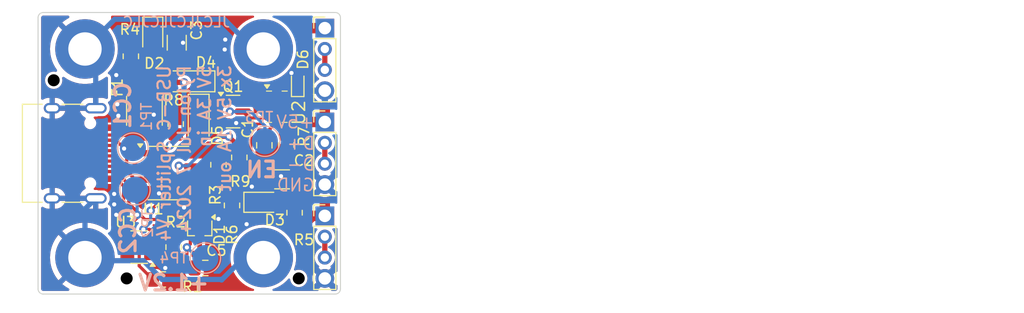
<source format=kicad_pcb>
(kicad_pcb (version 20240108) (generator "pcbnew") (generator_version "8.0")
  (layers (0 "F.Cu" signal) (31 "B.Cu" signal) (34 "B.Paste" user) (35 "F.Paste" user) (36 "B.SilkS" user "B.Silkscreen") (37 "F.SilkS" user "F.Silkscreen") (38 "B.Mask" user) (39 "F.Mask" user) (44 "Edge.Cuts" user))
  (net 0 "")
  (net 1 "GND")
  (net 2 "VBUS")
  (net 3 "+5V")
  (net 5 "CC1")
  (net 7 "CC2")
  (net 8 "+1V2")
  (net 9 "Net-(D2-A)")
  (net 10 "Net-(D3-A)")
  (net 11 "Net-(J3-Pin_2)")
  (net 12 "Net-(J4-Pin_2)")
  (net 13 "GNDPWR")
  (net 14 "Net-(J2-Pin_2)")
  (net 19 "Net-(U2-SENSE)")
  (net 20 "Net-(U2-Ilim)")
  (net 22 "V-UNFUSED")
  (net 24 "EN-OPEN-COL")
  (net 27 "Net-(D4-A)")
  (net 28 "Net-(D4-K)")
  (net 29 "Net-(D5-A)")
  (footprint "MountingHole:MountingHole_3.2mm_M3_ISO7380_Pad" (layer "F.Cu") (at 20.1 10)
    (property "Reference" "H4")
    (property "Value" "MountingHole_Pad")
    (pad "1" thru_hole circle (at 0 0) (size 5.7 5.7) (drill 3.2) (layers "*.Cu" "*.Mask") (net 13 "GNDPWR"))
  )
  (footprint "Fuse:Fuse_1812_4532Metric_Pad1.30x3.40mm_HandSolder" (layer "F.Cu") (at 8.7 -4.075 90)
    (property "Reference" "F1" (at 2.225 -2.6 -90) (layer "F.SilkS"))
    (property "Value" "1812L300MR")
    (fp_line (start -1.386252 -1.71) (end 1.386252 -1.71) (stroke (width 0.12)) (layer "F.SilkS"))
    (fp_line (start -1.386252 1.71) (end 1.386252 1.71) (stroke (width 0.12)) (layer "F.SilkS"))
    (pad "1" smd roundrect (at -2.225 0 90) (size 1.3 3.4) (layers "F.Cu" "F.Paste" "F.Mask") (roundrect_rratio 0.192308) (net 22 "V-UNFUSED"))
    (pad "2" smd roundrect (at 2.225 0 90) (size 1.3 3.4) (layers "F.Cu" "F.Paste" "F.Mask") (roundrect_rratio 0.192308) (net 2 "VBUS"))
  )
  (footprint "Package_TO_SOT_SMD:SOT-323_SC-70_Handsoldering" (layer "F.Cu") (at 14 7.17 -90)
    (property "Reference" "D1" (at 0.63 -1.9 90) (layer "F.SilkS"))
    (property "Value" "D_Zener")
    (fp_line (start -0.675 1.16) (end 0.735 1.16) (stroke (width 0.12)) (layer "F.SilkS"))
    (fp_line (start 0.735 0.5) (end 0.735 1.16) (stroke (width 0.12)) (layer "F.SilkS"))
    (fp_line (start -0.675 -1.17) (end 0.735 -1.17) (stroke (width 0.12)) (layer "F.SilkS"))
    (fp_line (start 0.735 -1.17) (end 0.735 -0.5) (stroke (width 0.12)) (layer "F.SilkS"))
    (fp_poly (pts (xy -1.045 -1.15) (xy -1.285 -1.48) (xy -0.805 -1.48) (xy -1.045 -1.15)) (stroke (width 0.12)) (fill solid) (layer "F.SilkS"))
    (pad "1" smd roundrect (at -1.33 -0.65 180) (size 0.45 1.5) (layers "F.Cu" "F.Paste" "F.Mask") (net 8 "+1V2"))
    (pad "2" smd roundrect (at -1.33 0.65 180) (size 0.45 1.5) (layers "F.Cu" "F.Paste" "F.Mask") (net 1 "GND"))
    (pad "3" smd roundrect (at 1.33 0 180) (size 0.45 1.5) (layers "F.Cu" "F.Paste" "F.Mask"))
  )
  (footprint "Package_TO_SOT_SMD:SOT-23" (layer "F.Cu") (at 17.2 -4)
    (property "Reference" "Q1" (at 0 -2.4 0) (layer "F.SilkS"))
    (property "Value" "2N7002")
    (fp_line (start 0 -1.56) (end -0.65 -1.56) (stroke (width 0.12)) (layer "F.SilkS"))
    (fp_line (start 0 -1.56) (end 0.65 -1.56) (stroke (width 0.12)) (layer "F.SilkS"))
    (fp_line (start 0 1.56) (end -0.65 1.56) (stroke (width 0.12)) (layer "F.SilkS"))
    (fp_line (start 0 1.56) (end 0.65 1.56) (stroke (width 0.12)) (layer "F.SilkS"))
    (fp_poly (pts (xy -1.1625 -1.51) (xy -1.4025 -1.84) (xy -0.9225 -1.84) (xy -1.1625 -1.51)) (stroke (width 0.12)) (fill solid) (layer "F.SilkS"))
    (pad "1" smd roundrect (at -0.9375 -0.95) (size 1.475 0.6) (layers "F.Cu" "F.Paste" "F.Mask") (net 28 "Net-(D4-K)"))
    (pad "2" smd roundrect (at -0.9375 0.95) (size 1.475 0.6) (layers "F.Cu" "F.Paste" "F.Mask") (net 1 "GND"))
    (pad "3" smd roundrect (at 0.9375 0) (size 1.475 0.6) (layers "F.Cu" "F.Paste" "F.Mask") (net 24 "EN-OPEN-COL"))
  )
  (footprint "Resistor_SMD:R_0805_2012Metric_Pad1.20x1.40mm_HandSolder" (layer "F.Cu") (at 10.5 12.1)
    (property "Reference" "R1" (at 2.8 0.7 0) (layer "F.SilkS"))
    (property "Value" "5.1k")
    (fp_line (start -0.227064 -0.735) (end 0.227064 -0.735) (stroke (width 0.12)) (layer "F.SilkS"))
    (fp_line (start -0.227064 0.735) (end 0.227064 0.735) (stroke (width 0.12)) (layer "F.SilkS"))
    (pad "1" smd roundrect (at -1 0) (size 1.2 1.4) (layers "F.Cu" "F.Paste" "F.Mask") (roundrect_rratio 0.208333) (net 5 "CC1"))
    (pad "2" smd roundrect (at 1 0) (size 1.2 1.4) (layers "F.Cu" "F.Paste" "F.Mask") (roundrect_rratio 0.208333) (net 1 "GND"))
  )
  (footprint "Connector_PinHeader_2.00mm:PinHeader_1x04_P2.00mm_Vertical" (layer "F.Cu") (at 26 -3)
    (property "Reference" "J3")
    (property "Value" "Conn_01x04")
    (fp_line (start -1.06 -1.06) (end 0 -1.06) (stroke (width 0.12)) (layer "F.SilkS"))
    (fp_line (start -1.06 0) (end -1.06 -1.06) (stroke (width 0.12)) (layer "F.SilkS"))
    (fp_line (start -1.06 1) (end -1.06 7.06) (stroke (width 0.12)) (layer "F.SilkS"))
    (fp_line (start -1.06 1) (end 1.06 1) (stroke (width 0.12)) (layer "F.SilkS"))
    (fp_line (start -1.06 7.06) (end 1.06 7.06) (stroke (width 0.12)) (layer "F.SilkS"))
    (fp_line (start 1.06 1) (end 1.06 7.06) (stroke (width 0.12)) (layer "F.SilkS"))
    (pad "1" thru_hole rect (at 0 0) (size 1.8 1.8) (drill 1.2) (layers "*.Cu" "*.Mask") (net 3 "+5V"))
    (pad "2" thru_hole oval (at 0 2) (size 1.35 1.35) (drill 0.8) (layers "*.Cu" "*.Mask") (net 11 "Net-(J3-Pin_2)"))
    (pad "3" thru_hole oval (at 0 4) (size 1.35 1.35) (drill 0.8) (layers "*.Cu" "*.Mask") (net 11 "Net-(J3-Pin_2)"))
    (pad "4" thru_hole circle (at 0 6) (size 1.8 1.8) (drill 1.2) (layers "*.Cu" "*.Mask") (net 1 "GND"))
  )
  (footprint "MountingHole:MountingHole_3.2mm_M3_ISO7380_Pad" (layer "F.Cu") (at 3 10)
    (property "Reference" "H2")
    (property "Value" "MountingHole_Pad")
    (pad "1" thru_hole circle (at 0 0) (size 5.7 5.7) (drill 3.2) (layers "*.Cu" "*.Mask") (net 13 "GNDPWR"))
  )
  (footprint "Package_SO:SOIC-8_3.9x4.9mm_P1.27mm" (layer "F.Cu") (at 11 1.9)
    (property "Reference" "U1" (at -1.45 3.45 0) (layer "F.SilkS"))
    (property "Value" "LM393")
    (fp_line (start 0 -2.56) (end -1.95 -2.56) (stroke (width 0.12)) (layer "F.SilkS"))
    (fp_line (start 0 -2.56) (end 1.95 -2.56) (stroke (width 0.12)) (layer "F.SilkS"))
    (fp_line (start 0 2.56) (end -1.95 2.56) (stroke (width 0.12)) (layer "F.SilkS"))
    (fp_line (start 0 2.56) (end 1.95 2.56) (stroke (width 0.12)) (layer "F.SilkS"))
    (fp_poly (pts (xy -2.7 -2.465) (xy -2.94 -2.795) (xy -2.46 -2.795) (xy -2.7 -2.465)) (stroke (width 0.12)) (fill solid) (layer "F.SilkS"))
    (pad "1" smd roundrect (at -2.475 -1.905) (size 1.95 0.6) (layers "F.Cu" "F.Paste" "F.Mask") (net 27 "Net-(D4-A)"))
    (pad "2" smd roundrect (at -2.475 -0.635) (size 1.95 0.6) (layers "F.Cu" "F.Paste" "F.Mask") (net 8 "+1V2"))
    (pad "3" smd roundrect (at -2.475 0.635) (size 1.95 0.6) (layers "F.Cu" "F.Paste" "F.Mask") (net 5 "CC1"))
    (pad "4" smd roundrect (at -2.475 1.905) (size 1.95 0.6) (layers "F.Cu" "F.Paste" "F.Mask") (net 1 "GND"))
    (pad "5" smd roundrect (at 2.475 1.905) (size 1.95 0.6) (layers "F.Cu" "F.Paste" "F.Mask") (net 7 "CC2"))
    (pad "6" smd roundrect (at 2.475 0.635) (size 1.95 0.6) (layers "F.Cu" "F.Paste" "F.Mask") (net 8 "+1V2"))
    (pad "7" smd roundrect (at 2.475 -0.635) (size 1.95 0.6) (layers "F.Cu" "F.Paste" "F.Mask") (net 29 "Net-(D5-A)"))
    (pad "8" smd roundrect (at 2.475 -1.905) (size 1.95 0.6) (layers "F.Cu" "F.Paste" "F.Mask") (net 2 "VBUS"))
  )
  (footprint "Resistor_SMD:R_0805_2012Metric_Pad1.20x1.40mm_HandSolder" (layer "F.Cu") (at 15.8 1.1 -90)
    (property "Reference" "R3" (at 2.9 0.3 90) (layer "F.SilkS"))
    (property "Value" "4.7k")
    (fp_line (start -0.227064 0.735) (end 0.227064 0.735) (stroke (width 0.12)) (layer "F.SilkS"))
    (fp_line (start -0.227064 -0.735) (end 0.227064 -0.735) (stroke (width 0.12)) (layer "F.SilkS"))
    (pad "1" smd roundrect (at -1 0 270) (size 1.2 1.4) (layers "F.Cu" "F.Paste" "F.Mask") (roundrect_rratio 0.208333) (net 2 "VBUS"))
    (pad "2" smd roundrect (at 1 0 270) (size 1.2 1.4) (layers "F.Cu" "F.Paste" "F.Mask") (roundrect_rratio 0.208333) (net 8 "+1V2"))
  )
  (footprint "Resistor_SMD:R_0805_2012Metric_Pad1.20x1.40mm_HandSolder" (layer "F.Cu") (at 22.3 -0.8 -90)
    (property "Reference" "R7" (at -0.8 -1.7 90) (layer "F.SilkS"))
    (property "Value" "20k")
    (fp_line (start -0.227064 0.735) (end 0.227064 0.735) (stroke (width 0.12)) (layer "F.SilkS"))
    (fp_line (start -0.227064 -0.735) (end 0.227064 -0.735) (stroke (width 0.12)) (layer "F.SilkS"))
    (pad "1" smd roundrect (at -1 0 270) (size 1.2 1.4) (layers "F.Cu" "F.Paste" "F.Mask") (roundrect_rratio 0.208333) (net 20 "Net-(U2-Ilim)"))
    (pad "2" smd roundrect (at 1 0 270) (size 1.2 1.4) (layers "F.Cu" "F.Paste" "F.Mask") (roundrect_rratio 0.208333) (net 1 "GND"))
  )
  (footprint "Capacitor_SMD:C_1206_3216Metric_Pad1.33x1.80mm_HandSolder" (layer "F.Cu") (at 11.8 -10.6 90)
    (property "Reference" "C3" (at 1.2 1.9 90) (layer "F.SilkS"))
    (property "Value" "22uF")
    (fp_line (start -0.711252 -0.91) (end 0.711252 -0.91) (stroke (width 0.12)) (layer "F.SilkS"))
    (fp_line (start -0.711252 0.91) (end 0.711252 0.91) (stroke (width 0.12)) (layer "F.SilkS"))
    (pad "1" smd roundrect (at -1.5625 0 90) (size 1.325 1.8) (layers "F.Cu" "F.Paste" "F.Mask") (roundrect_rratio 0.188679) (net 2 "VBUS"))
    (pad "2" smd roundrect (at 1.5625 0 90) (size 1.325 1.8) (layers "F.Cu" "F.Paste" "F.Mask") (roundrect_rratio 0.188679) (net 1 "GND"))
  )
  (footprint "LED_SMD:LED_0805_2012Metric_Pad1.15x1.40mm_HandSolder" (layer "F.Cu") (at 9.5 -11.2 -90)
    (property "Reference" "D2" (at 2.575 -0.15 360) (layer "F.SilkS"))
    (property "Value" "LED")
    (fp_line (start -1.86 0.96) (end 1 0.96) (stroke (width 0.12)) (layer "F.SilkS"))
    (fp_line (start -1.86 -0.96) (end -1.86 0.96) (stroke (width 0.12)) (layer "F.SilkS"))
    (fp_line (start 1 -0.96) (end -1.86 -0.96) (stroke (width 0.12)) (layer "F.SilkS"))
    (pad "1" smd roundrect (at -1.025 0 270) (size 1.15 1.4) (layers "F.Cu" "F.Paste" "F.Mask") (roundrect_rratio 0.217391) (net 1 "GND"))
    (pad "2" smd roundrect (at 1.025 0 270) (size 1.15 1.4) (layers "F.Cu" "F.Paste" "F.Mask") (roundrect_rratio 0.217391) (net 9 "Net-(D2-A)"))
  )
  (footprint "Capacitor_SMD:C_0805_2012Metric_Pad1.18x1.45mm_HandSolder" (layer "F.Cu") (at 14.5375 11)
    (property "Reference" "C5" (at 1.0625 -1.68 0) (layer "F.SilkS"))
    (property "Value" "100nF")
    (fp_line (start -0.261252 -0.735) (end 0.261252 -0.735) (stroke (width 0.12)) (layer "F.SilkS"))
    (fp_line (start -0.261252 0.735) (end 0.261252 0.735) (stroke (width 0.12)) (layer "F.SilkS"))
    (pad "1" smd roundrect (at -1.0375 0) (size 1.175 1.45) (layers "F.Cu" "F.Paste" "F.Mask") (roundrect_rratio 0.212766) (net 8 "+1V2"))
    (pad "2" smd roundrect (at 1.0375 0) (size 1.175 1.45) (layers "F.Cu" "F.Paste" "F.Mask") (roundrect_rratio 0.212766) (net 1 "GND"))
  )
  (footprint "LED_SMD:LED_0805_2012Metric_Pad1.15x1.40mm_HandSolder" (layer "F.Cu") (at 20.1 4.7)
    (property "Reference" "D3" (at 1.1 1.7 360) (layer "F.SilkS"))
    (property "Value" "LED")
    (fp_line (start -1.86 -0.96) (end -1.86 0.96) (stroke (width 0.12)) (layer "F.SilkS"))
    (fp_line (start -1.86 0.96) (end 1 0.96) (stroke (width 0.12)) (layer "F.SilkS"))
    (fp_line (start 1 -0.96) (end -1.86 -0.96) (stroke (width 0.12)) (layer "F.SilkS"))
    (pad "1" smd roundrect (at -1.025 0) (size 1.15 1.4) (layers "F.Cu" "F.Paste" "F.Mask") (roundrect_rratio 0.217391) (net 1 "GND"))
    (pad "2" smd roundrect (at 1.025 0) (size 1.15 1.4) (layers "F.Cu" "F.Paste" "F.Mask") (roundrect_rratio 0.217391) (net 10 "Net-(D3-A)"))
  )
  (footprint "Connector_PinHeader_2.00mm:PinHeader_1x04_P2.00mm_Vertical" (layer "F.Cu") (at 26 -12)
    (property "Reference" "J2")
    (property "Value" "Conn_01x04")
    (fp_line (start -1.06 -1.06) (end 0 -1.06) (stroke (width 0.12)) (layer "F.SilkS"))
    (fp_line (start -1.06 0) (end -1.06 -1.06) (stroke (width 0.12)) (layer "F.SilkS"))
    (fp_line (start -1.06 1) (end -1.06 7.06) (stroke (width 0.12)) (layer "F.SilkS"))
    (fp_line (start -1.06 1) (end 1.06 1) (stroke (width 0.12)) (layer "F.SilkS"))
    (fp_line (start -1.06 7.06) (end 1.06 7.06) (stroke (width 0.12)) (layer "F.SilkS"))
    (fp_line (start 1.06 1) (end 1.06 7.06) (stroke (width 0.12)) (layer "F.SilkS"))
    (pad "1" thru_hole rect (at 0 0) (size 1.8 1.8) (drill 1.2) (layers "*.Cu" "*.Mask") (net 3 "+5V"))
    (pad "2" thru_hole oval (at 0 2) (size 1.35 1.35) (drill 0.8) (layers "*.Cu" "*.Mask") (net 14 "Net-(J2-Pin_2)"))
    (pad "3" thru_hole oval (at 0 4) (size 1.35 1.35) (drill 0.8) (layers "*.Cu" "*.Mask") (net 14 "Net-(J2-Pin_2)"))
    (pad "4" thru_hole oval (at 0 6) (size 1.8 1.8) (drill 1.2) (layers "*.Cu" "*.Mask") (net 1 "GND"))
  )
  (footprint "USB-C-3-way-splitter-footprints:OnSemi-WQFN12-3x2mm_P0.5mm" (layer "F.Cu") (at 21.4 -4.4625)
    (property "Reference" "U2" (at 2.1 0.5625 90) (layer "F.SilkS") (effects (font (size 1.2 1.2))))
    (property "Value" "~")
    (fp_line (start -1 -1.5) (end -0.5 -1.5) (stroke (width 0.1)) (layer "F.SilkS"))
    (fp_line (start -1 1.5) (end -0.5 1.5) (stroke (width 0.1)) (layer "F.SilkS"))
    (fp_line (start 1 -1.5) (end 0.5 -1.5) (stroke (width 0.1)) (layer "F.SilkS"))
    (fp_line (start 1 1.5) (end 0.5 1.5) (stroke (width 0.1)) (layer "F.SilkS"))
    (fp_poly (pts (xy -0.94 -1.77) (xy -1.18 -2.1) (xy -0.7 -2.1) (xy -0.94 -1.77)) (stroke (width 0.12)) (fill solid) (layer "F.SilkS"))
    (pad "1" smd roundrect (at -0.81 -1.075) (size 0.68 0.5) (layers "F.Cu" "F.Paste" "F.Mask") (net 2 "VBUS"))
    (pad "2" smd roundrect (at -0.81 -0.5) (size 0.68 0.35) (layers "F.Cu" "F.Paste" "F.Mask") (net 2 "VBUS"))
    (pad "3" smd roundrect (at -0.81 0) (size 0.68 0.35) (layers "F.Cu" "F.Paste" "F.Mask") (net 2 "VBUS"))
    (pad "4" smd roundrect (at -0.81 0.5) (size 0.68 0.35) (layers "F.Cu" "F.Paste" "F.Mask"))
    (pad "5" smd roundrect (at -0.81 1.075) (size 0.68 0.5) (layers "F.Cu" "F.Paste" "F.Mask") (net 24 "EN-OPEN-COL"))
    (pad "6" smd roundrect (at 0 1.1375) (size 0.35 1.025) (layers "F.Cu" "F.Paste" "F.Mask") (net 19 "Net-(U2-SENSE)"))
    (pad "7" smd roundrect (at 0.81 1.075) (size 0.68 0.5) (layers "F.Cu" "F.Paste" "F.Mask"))
    (pad "8" smd roundrect (at 0.81 0.5) (size 0.68 0.35) (layers "F.Cu" "F.Paste" "F.Mask") (net 20 "Net-(U2-Ilim)"))
    (pad "9" smd roundrect (at 0.81 0) (size 0.68 0.35) (layers "F.Cu" "F.Paste" "F.Mask") (net 3 "+5V"))
    (pad "10" smd roundrect (at 0.81 -0.5) (size 0.68 0.35) (layers "F.Cu" "F.Paste" "F.Mask") (net 3 "+5V"))
    (pad "11" smd roundrect (at 0.81 -1.075) (size 0.68 0.5) (layers "F.Cu" "F.Paste" "F.Mask") (net 3 "+5V"))
    (pad "12" smd roundrect (at 0 -1.1375) (size 0.35 1.025) (layers "F.Cu" "F.Paste" "F.Mask") (net 1 "GND"))
    (pad "13" smd roundrect (at 0 0) (size 0.35 0.95) (layers "F.Cu" "F.Paste" "F.Mask") (net 1 "GND"))
  )
  (footprint "Resistor_SMD:R_0805_2012Metric_Pad1.20x1.40mm_HandSolder" (layer "F.Cu") (at 17.1 5 -90)
    (property "Reference" "R6" (at 2.8 0 -90) (layer "F.SilkS"))
    (property "Value" "1K")
    (fp_line (start -0.227064 0.735) (end 0.227064 0.735) (stroke (width 0.12)) (layer "F.SilkS"))
    (fp_line (start -0.227064 -0.735) (end 0.227064 -0.735) (stroke (width 0.12)) (layer "F.SilkS"))
    (pad "1" smd roundrect (at -1 0 270) (size 1.2 1.4) (layers "F.Cu" "F.Paste" "F.Mask") (roundrect_rratio 0.208333) (net 19 "Net-(U2-SENSE)"))
    (pad "2" smd roundrect (at 1 0 270) (size 1.2 1.4) (layers "F.Cu" "F.Paste" "F.Mask") (roundrect_rratio 0.208333) (net 1 "GND"))
  )
  (footprint "Resistor_SMD:R_0805_2012Metric_Pad1.20x1.40mm_HandSolder" (layer "F.Cu") (at 23.1 5.7 90)
    (property "Reference" "R5" (at -2.6 0.9 0) (layer "F.SilkS"))
    (property "Value" "470")
    (fp_line (start -0.227064 -0.735) (end 0.227064 -0.735) (stroke (width 0.12)) (layer "F.SilkS"))
    (fp_line (start -0.227064 0.735) (end 0.227064 0.735) (stroke (width 0.12)) (layer "F.SilkS"))
    (pad "1" smd roundrect (at -1 0 90) (size 1.2 1.4) (layers "F.Cu" "F.Paste" "F.Mask") (roundrect_rratio 0.208333) (net 3 "+5V"))
    (pad "2" smd roundrect (at 1 0 90) (size 1.2 1.4) (layers "F.Cu" "F.Paste" "F.Mask") (roundrect_rratio 0.208333) (net 10 "Net-(D3-A)"))
  )
  (footprint "Capacitor_SMD:C_0805_2012Metric_Pad1.18x1.45mm_HandSolder" (layer "F.Cu") (at 20.2 -0.7625 -90)
    (property "Reference" "C1" (at -1.6375 1.6 -90) (layer "F.SilkS"))
    (property "Value" "1uF")
    (fp_line (start -0.261252 0.735) (end 0.261252 0.735) (stroke (width 0.12)) (layer "F.SilkS"))
    (fp_line (start -0.261252 -0.735) (end 0.261252 -0.735) (stroke (width 0.12)) (layer "F.SilkS"))
    (pad "1" smd roundrect (at -1.0375 0 270) (size 1.175 1.45) (layers "F.Cu" "F.Paste" "F.Mask") (roundrect_rratio 0.212766) (net 19 "Net-(U2-SENSE)"))
    (pad "2" smd roundrect (at 1.0375 0 270) (size 1.175 1.45) (layers "F.Cu" "F.Paste" "F.Mask") (roundrect_rratio 0.212766) (net 1 "GND"))
  )
  (footprint "Capacitor_SMD:C_1206_3216Metric_Pad1.33x1.80mm_HandSolder" (layer "F.Cu") (at 21.9 2.5 180)
    (property "Reference" "C2" (at -2.1 1.8 180) (layer "F.SilkS"))
    (property "Value" "22uF")
    (fp_line (start -0.711252 0.91) (end 0.711252 0.91) (stroke (width 0.12)) (layer "F.SilkS"))
    (fp_line (start -0.711252 -0.91) (end 0.711252 -0.91) (stroke (width 0.12)) (layer "F.SilkS"))
    (pad "1" smd roundrect (at -1.5625 0 180) (size 1.325 1.8) (layers "F.Cu" "F.Paste" "F.Mask") (roundrect_rratio 0.188679) (net 3 "+5V"))
    (pad "2" smd roundrect (at 1.5625 0 180) (size 1.325 1.8) (layers "F.Cu" "F.Paste" "F.Mask") (roundrect_rratio 0.188679) (net 1 "GND"))
  )
  (footprint "USB-C-3-way-splitter-footprints:JLCPCB-tooling-hole" (layer "F.Cu") (at 23.5 12)
    (property "Reference" "H7")
    (property "Value" "MountingHole")
    (pad "" np_thru_hole circle (at 0 0) (size 2.286 2.286) (drill 1.152) (layers "*.Mask") (clearance 0.148))
  )
  (footprint "USB-C-3-way-splitter-footprints:JLCPCB-tooling-hole" (layer "F.Cu") (at 7 12)
    (property "Reference" "H6")
    (property "Value" "MountingHole")
    (pad "" np_thru_hole circle (at 0 0) (size 2.286 2.286) (drill 1.152) (layers "*.Mask") (clearance 0.148))
  )
  (footprint "Diode_SMD:D_SOD-123" (layer "F.Cu") (at 13.9 -3.3 -90)
    (property "Reference" "D5" (at 1.6 -1.8 90) (layer "F.SilkS"))
    (property "Value" "1N4148W")
    (fp_line (start -2.36 1) (end 1.65 1) (stroke (width 0.12)) (layer "F.SilkS"))
    (fp_line (start -2.36 -1) (end -2.36 1) (stroke (width 0.12)) (layer "F.SilkS"))
    (fp_line (start -2.36 -1) (end 1.65 -1) (stroke (width 0.12)) (layer "F.SilkS"))
    (pad "1" smd roundrect (at -1.65 0 270) (size 0.9 1.2) (layers "F.Cu" "F.Paste" "F.Mask") (net 28 "Net-(D4-K)"))
    (pad "2" smd roundrect (at 1.65 0 270) (size 0.9 1.2) (layers "F.Cu" "F.Paste" "F.Mask") (net 29 "Net-(D5-A)"))
  )
  (footprint "Diode_SMD:D_SOD-123" (layer "F.Cu") (at 13.1 -6.9 180)
    (property "Reference" "D4" (at -1.5 1.8 360) (layer "F.SilkS"))
    (property "Value" "1N4148W")
    (fp_line (start -2.36 1) (end 1.65 1) (stroke (width 0.12)) (layer "F.SilkS"))
    (fp_line (start -2.36 -1) (end 1.65 -1) (stroke (width 0.12)) (layer "F.SilkS"))
    (fp_line (start -2.36 -1) (end -2.36 1) (stroke (width 0.12)) (layer "F.SilkS"))
    (pad "1" smd roundrect (at -1.65 0 180) (size 0.9 1.2) (layers "F.Cu" "F.Paste" "F.Mask") (net 28 "Net-(D4-K)"))
    (pad "2" smd roundrect (at 1.65 0 180) (size 0.9 1.2) (layers "F.Cu" "F.Paste" "F.Mask") (net 27 "Net-(D4-A)"))
  )
  (footprint "Resistor_SMD:R_0805_2012Metric_Pad1.20x1.40mm_HandSolder" (layer "F.Cu") (at 7.4 -9.3 90)
    (property "Reference" "R4" (at 2.575 -0.1 0) (layer "F.SilkS"))
    (property "Value" "470")
    (fp_line (start -0.227064 -0.735) (end 0.227064 -0.735) (stroke (width 0.12)) (layer "F.SilkS"))
    (fp_line (start -0.227064 0.735) (end 0.227064 0.735) (stroke (width 0.12)) (layer "F.SilkS"))
    (pad "1" smd roundrect (at -1 0 90) (size 1.2 1.4) (layers "F.Cu" "F.Paste" "F.Mask") (roundrect_rratio 0.208333) (net 2 "VBUS"))
    (pad "2" smd roundrect (at 1 0 90) (size 1.2 1.4) (layers "F.Cu" "F.Paste" "F.Mask") (roundrect_rratio 0.208333) (net 9 "Net-(D2-A)"))
  )
  (footprint "MountingHole:MountingHole_3.2mm_M3_ISO7380_Pad" (layer "F.Cu") (at 3 -10)
    (property "Reference" "H1")
    (property "Value" "MountingHole_Pad")
    (pad "1" thru_hole circle (at 0 0) (size 5.7 5.7) (drill 3.2) (layers "*.Cu" "*.Mask") (net 13 "GNDPWR"))
  )
  (footprint "Resistor_SMD:R_0805_2012Metric_Pad1.20x1.40mm_HandSolder" (layer "F.Cu") (at 17.8 0.4 90)
    (property "Reference" "R9" (at -2.3 0.1 0) (layer "F.SilkS"))
    (property "Value" "1k")
    (fp_line (start -0.227064 -0.735) (end 0.227064 -0.735) (stroke (width 0.12)) (layer "F.SilkS"))
    (fp_line (start -0.227064 0.735) (end 0.227064 0.735) (stroke (width 0.12)) (layer "F.SilkS"))
    (pad "1" smd roundrect (at -1 0 90) (size 1.2 1.4) (layers "F.Cu" "F.Paste" "F.Mask") (roundrect_rratio 0.208333) (net 2 "VBUS"))
    (pad "2" smd roundrect (at 1 0 90) (size 1.2 1.4) (layers "F.Cu" "F.Paste" "F.Mask") (roundrect_rratio 0.208333) (net 29 "Net-(D5-A)"))
  )
  (footprint "Resistor_SMD:R_0805_2012Metric_Pad1.20x1.40mm_HandSolder" (layer "F.Cu") (at 11.5 9 -90)
    (property "Reference" "R2" (at -2.4 -0.2 180) (layer "F.SilkS"))
    (property "Value" "5.1k")
    (fp_line (start -0.227064 0.735) (end 0.227064 0.735) (stroke (width 0.12)) (layer "F.SilkS"))
    (fp_line (start -0.227064 -0.735) (end 0.227064 -0.735) (stroke (width 0.12)) (layer "F.SilkS"))
    (pad "1" smd roundrect (at -1 0 270) (size 1.2 1.4) (layers "F.Cu" "F.Paste" "F.Mask") (roundrect_rratio 0.208333) (net 7 "CC2"))
    (pad "2" smd roundrect (at 1 0 270) (size 1.2 1.4) (layers "F.Cu" "F.Paste" "F.Mask") (roundrect_rratio 0.208333) (net 1 "GND"))
  )
  (footprint "Diode_SMD:D_SOD-523" (layer "F.Cu") (at 23.4 -6.7 90)
    (property "Reference" "D6" (at 2.3 0.5 90) (layer "F.SilkS"))
    (property "Value" "D_Zener")
    (fp_line (start 0.7 -0.6) (end -1.26 -0.6) (stroke (width 0.12)) (layer "F.SilkS"))
    (fp_line (start -1.26 -0.6) (end -1.26 0.6) (stroke (width 0.12)) (layer "F.SilkS"))
    (fp_line (start 0.7 0.6) (end -1.26 0.6) (stroke (width 0.12)) (layer "F.SilkS"))
    (pad "1" smd roundrect (at -0.7 0 270) (size 0.6 0.7) (layers "F.Cu" "F.Paste" "F.Mask") (net 3 "+5V"))
    (pad "2" smd roundrect (at 0.7 0 270) (size 0.6 0.7) (layers "F.Cu" "F.Paste" "F.Mask") (net 1 "GND"))
  )
  (footprint "Package_TO_SOT_SMD:SOT-23-6" (layer "F.Cu") (at 8.2 9 180)
    (property "Reference" "U3" (at 1.3 2.4 180) (layer "F.SilkS"))
    (property "Value" "SRV05-4")
    (fp_line (start 0 1.56) (end 0.8 1.56) (stroke (width 0.12)) (layer "F.SilkS"))
    (fp_line (start 0 1.56) (end -0.8 1.56) (stroke (width 0.12)) (layer "F.SilkS"))
    (fp_line (start 0 -1.56) (end 0.8 -1.56) (stroke (width 0.12)) (layer "F.SilkS"))
    (fp_line (start 0 -1.56) (end -0.8 -1.56) (stroke (width 0.12)) (layer "F.SilkS"))
    (fp_poly (pts (xy -1.3 -1.51) (xy -1.54 -1.84) (xy -1.06 -1.84) (xy -1.3 -1.51)) (stroke (width 0.12)) (fill solid) (layer "F.SilkS"))
    (pad "1" smd roundrect (at -1.1375 -0.95 180) (size 1.325 0.6) (layers "F.Cu" "F.Paste" "F.Mask"))
    (pad "2" smd roundrect (at -1.1375 0 180) (size 1.325 0.6) (layers "F.Cu" "F.Paste" "F.Mask") (net 1 "GND"))
    (pad "3" smd roundrect (at -1.1375 0.95 180) (size 1.325 0.6) (layers "F.Cu" "F.Paste" "F.Mask") (net 5 "CC1"))
    (pad "4" smd roundrect (at 1.1375 0.95 180) (size 1.325 0.6) (layers "F.Cu" "F.Paste" "F.Mask") (net 7 "CC2"))
    (pad "5" smd roundrect (at 1.1375 0 180) (size 1.325 0.6) (layers "F.Cu" "F.Paste" "F.Mask") (net 22 "V-UNFUSED"))
    (pad "6" smd roundrect (at 1.1375 -0.95 180) (size 1.325 0.6) (layers "F.Cu" "F.Paste" "F.Mask"))
  )
  (footprint "Connector_USB:USB_C_Receptacle_HRO_TYPE-C-31-M-12" (layer "F.Cu") (at 0.9 0 -90)
    (property "Reference" "J1")
    (property "Value" "USB_C_Receptacle_USB2.0" (hide yes))
    (fp_line (start -4.7 3.9) (end 4.7 3.9) (stroke (width 0.12)) (layer "F.SilkS"))
    (fp_line (start -4.7 2) (end -4.7 3.9) (stroke (width 0.12)) (layer "F.SilkS"))
    (fp_line (start 4.7 2) (end 4.7 3.9) (stroke (width 0.12)) (layer "F.SilkS"))
    (fp_line (start -4.7 -1.9) (end -4.7 0.1) (stroke (width 0.12)) (layer "F.SilkS"))
    (fp_line (start 4.7 -1.9) (end 4.7 0.1) (stroke (width 0.12)) (layer "F.SilkS"))
    (pad "" np_thru_hole circle (at -2.89 -2.6 270) (size 0.65 0.65) (drill 0.65) (layers "*.Cu" "*.Mask"))
    (pad "" np_thru_hole circle (at 2.89 -2.6 270) (size 0.65 0.65) (drill 0.65) (layers "*.Cu" "*.Mask"))
    (pad "A1" smd rect (at -3.25 -4.045 270) (size 0.6 1.45) (layers "F.Cu" "F.Paste" "F.Mask") (net 1 "GND"))
    (pad "A4" smd rect (at -2.45 -4.045 270) (size 0.6 1.45) (layers "F.Cu" "F.Paste" "F.Mask") (net 22 "V-UNFUSED"))
    (pad "A5" smd rect (at -1.25 -4.045 270) (size 0.3 1.45) (layers "F.Cu" "F.Paste" "F.Mask") (net 5 "CC1"))
    (pad "A6" smd rect (at -0.25 -4.045 270) (size 0.3 1.45) (layers "F.Cu" "F.Paste" "F.Mask"))
    (pad "A7" smd rect (at 0.25 -4.045 270) (size 0.3 1.45) (layers "F.Cu" "F.Paste" "F.Mask"))
    (pad "A8" smd rect (at 1.25 -4.045 270) (size 0.3 1.45) (layers "F.Cu" "F.Paste" "F.Mask"))
    (pad "A9" smd rect (at 2.45 -4.045 270) (size 0.6 1.45) (layers "F.Cu" "F.Paste" "F.Mask") (net 22 "V-UNFUSED"))
    (pad "A12" smd rect (at 3.25 -4.045 270) (size 0.6 1.45) (layers "F.Cu" "F.Paste" "F.Mask") (net 1 "GND"))
    (pad "B1" smd rect (at 3.25 -4.045 270) (size 0.6 1.45) (layers "F.Cu" "F.Paste" "F.Mask") (net 1 "GND"))
    (pad "B4" smd rect (at 2.45 -4.045 270) (size 0.6 1.45) (layers "F.Cu" "F.Paste" "F.Mask") (net 22 "V-UNFUSED"))
    (pad "B5" smd rect (at 1.75 -4.045 270) (size 0.3 1.45) (layers "F.Cu" "F.Paste" "F.Mask") (net 7 "CC2"))
    (pad "B6" smd rect (at 0.75 -4.045 270) (size 0.3 1.45) (layers "F.Cu" "F.Paste" "F.Mask"))
    (pad "B7" smd rect (at -0.75 -4.045 270) (size 0.3 1.45) (layers "F.Cu" "F.Paste" "F.Mask"))
    (pad "B8" smd rect (at -1.75 -4.045 270) (size 0.3 1.45) (layers "F.Cu" "F.Paste" "F.Mask"))
    (pad "B9" smd rect (at -2.45 -4.045 270) (size 0.6 1.45) (layers "F.Cu" "F.Paste" "F.Mask") (net 22 "V-UNFUSED"))
    (pad "B12" smd rect (at -3.25 -4.045 270) (size 0.6 1.45) (layers "F.Cu" "F.Paste" "F.Mask") (net 1 "GND"))
    (pad "S1" thru_hole oval (at -4.32 -3.13 270) (size 1 2.1) (drill oval 0.6 1.7) (layers "*.Cu" "*.Mask") (net 13 "GNDPWR"))
    (pad "S1" thru_hole oval (at -4.32 1.05 270) (size 1 1.6) (drill oval 0.6 1.2) (layers "*.Cu" "*.Mask") (net 13 "GNDPWR"))
    (pad "S1" thru_hole oval (at 4.32 -3.13 270) (size 1 2.1) (drill oval 0.6 1.7) (layers "*.Cu" "*.Mask") (net 13 "GNDPWR"))
    (pad "S1" thru_hole oval (at 4.32 1.05 270) (size 1 1.6) (drill oval 0.6 1.2) (layers "*.Cu" "*.Mask") (net 13 "GNDPWR"))
  )
  (footprint "MountingHole:MountingHole_3.2mm_M3_ISO7380_Pad" (layer "F.Cu") (at 20.1 -10)
    (property "Reference" "H3")
    (property "Value" "MountingHole_Pad")
    (pad "1" thru_hole circle (at 0 0) (size 5.7 5.7) (drill 3.2) (layers "*.Cu" "*.Mask") (net 13 "GNDPWR"))
  )
  (footprint "Connector_PinHeader_2.00mm:PinHeader_1x04_P2.00mm_Vertical" (layer "F.Cu") (at 26 6)
    (property "Reference" "J4")
    (property "Value" "Conn_01x04")
    (fp_line (start -1.06 -1.06) (end 0 -1.06) (stroke (width 0.12)) (layer "F.SilkS"))
    (fp_line (start -1.06 0) (end -1.06 -1.06) (stroke (width 0.12)) (layer "F.SilkS"))
    (fp_line (start -1.06 1) (end -1.06 7.06) (stroke (width 0.12)) (layer "F.SilkS"))
    (fp_line (start -1.06 1) (end 1.06 1) (stroke (width 0.12)) (layer "F.SilkS"))
    (fp_line (start -1.06 7.06) (end 1.06 7.06) (stroke (width 0.12)) (layer "F.SilkS"))
    (fp_line (start 1.06 1) (end 1.06 7.06) (stroke (width 0.12)) (layer "F.SilkS"))
    (pad "1" thru_hole rect (at 0 0) (size 1.8 1.8) (drill 1.2) (layers "*.Cu" "*.Mask") (net 3 "+5V"))
    (pad "2" thru_hole oval (at 0 2) (size 1.35 1.35) (drill 0.8) (layers "*.Cu" "*.Mask") (net 12 "Net-(J4-Pin_2)"))
    (pad "3" thru_hole oval (at 0 4) (size 1.35 1.35) (drill 0.8) (layers "*.Cu" "*.Mask") (net 12 "Net-(J4-Pin_2)"))
    (pad "4" thru_hole circle (at 0 6) (size 1.8 1.8) (drill 1.2) (layers "*.Cu" "*.Mask") (net 1 "GND"))
  )
  (footprint "USB-C-3-way-splitter-footprints:JLCPCB-tooling-hole" (layer "F.Cu") (at 0 -7)
    (property "Reference" "H5")
    (property "Value" "MountingHole")
    (pad "" np_thru_hole circle (at 0 0) (size 2.286 2.286) (drill 1.152) (layers "*.Mask") (clearance 0.148))
  )
  (footprint "Resistor_SMD:R_0805_2012Metric_Pad1.20x1.40mm_HandSolder" (layer "F.Cu") (at 11.7 -2.8 -90)
    (property "Reference" "R8" (at -2.3 0.2 180) (layer "F.SilkS"))
    (property "Value" "1k")
    (fp_line (start -0.227064 0.735) (end 0.227064 0.735) (stroke (width 0.12)) (layer "F.SilkS"))
    (fp_line (start -0.227064 -0.735) (end 0.227064 -0.735) (stroke (width 0.12)) (layer "F.SilkS"))
    (pad "1" smd roundrect (at -1 0 270) (size 1.2 1.4) (layers "F.Cu" "F.Paste" "F.Mask") (roundrect_rratio 0.208333) (net 2 "VBUS"))
    (pad "2" smd roundrect (at 1 0 270) (size 1.2 1.4) (layers "F.Cu" "F.Paste" "F.Mask") (roundrect_rratio 0.208333) (net 27 "Net-(D4-A)"))
  )
  (footprint "TestPoint:TestPoint_Pad_D2.5mm" (layer "B.Cu") (at 14.55 10.05 180)
    (property "Reference" "TP4" (at 3.05 0 180) (layer "B.SilkS") (effects (justify mirror)))
    (property "Value" "TestPoint")
    (fp_circle (center 0 0) (end 0 -1.45) (stroke (width 0.12)) (fill none) (layer "B.SilkS"))
    (pad "1" smd circle (at 0 0 180) (size 2.5 2.5) (layers "B.Cu" "B.Mask") (net 8 "+1V2"))
  )
  (footprint "TestPoint:TestPoint_Pad_D2.5mm" (layer "B.Cu") (at 7.8 3.5 180)
    (property "Reference" "TP2" (at -1.2 -3.25 -90) (layer "B.SilkS") (effects (justify mirror)))
    (property "Value" "TestPoint")
    (fp_circle (center 0 0) (end 0 -1.45) (stroke (width 0.12)) (fill none) (layer "B.SilkS"))
    (pad "1" smd circle (at 0 0 180) (size 2.5 2.5) (layers "B.Cu" "B.Mask") (net 7 "CC2"))
  )
  (footprint "TestPoint:TestPoint_Pad_D2.5mm" (layer "B.Cu") (at 20.25 -1.15 180)
    (property "Reference" "TP3" (at 0.55 2.3 180) (layer "B.SilkS") (effects (justify mirror)))
    (property "Value" "TestPoint")
    (fp_circle (center 0 0) (end 0 -1.45) (stroke (width 0.12)) (fill none) (layer "B.SilkS"))
    (pad "1" smd circle (at 0 0 180) (size 2.5 2.5) (layers "B.Cu" "B.Mask") (net 24 "EN-OPEN-COL"))
  )
  (footprint "TestPoint:TestPoint_Pad_D2.5mm" (layer "B.Cu") (at 7.6 -0.5 180)
    (property "Reference" "TP1" (at -1.3 3 -90) (layer "B.SilkS") (effects (justify mirror)))
    (property "Value" "TestPoint")
    (fp_circle (center 0 0) (end 0 -1.45) (stroke (width 0.12)) (fill none) (layer "B.SilkS"))
    (pad "1" smd circle (at 0 0 180) (size 2.5 2.5) (layers "B.Cu" "B.Mask") (net 5 "CC1"))
  )
  (gr_line (start 27 -13.5) (end -1 -13.5) (stroke (width 0.1)) (layer "Edge.Cuts"))
  (gr_line (start 27.5 -13) (end 27.5 13) (stroke (width 0.1)) (layer "Edge.Cuts"))
  (gr_arc (start 27 -13.5) (mid 27.353553 -13.353553) (end 27.5 -13) (stroke (width 0.1)) (layer "Edge.Cuts"))
  (gr_line (start 27 13.5) (end -1 13.5) (stroke (width 0.1)) (layer "Edge.Cuts"))
  (gr_arc (start -1 13.5) (mid -1.353553 13.353553) (end -1.5 13) (stroke (width 0.1)) (layer "Edge.Cuts"))
  (gr_line (start -1.5 -13) (end -1.5 13) (stroke (width 0.1)) (layer "Edge.Cuts"))
  (gr_arc (start -1.5 -13) (mid -1.353553 -13.353553) (end -1 -13.5) (stroke (width 0.1)) (layer "Edge.Cuts"))
  (gr_arc (start 27.5 13) (mid 27.353553 13.353553) (end 27 13.5) (stroke (width 0.1)) (layer "Edge.Cuts"))
  (gr_text "+5V" (at 25.1 -2.3 0) (layer "B.SilkS") (effects (font (size 1.2 1.2)) (justify left bottom mirror)))
  (gr_text "EN" (at 21.6 2.45 0) (layer "B.SilkS") (effects (font (size 1.5 1.5) (thickness 0.3) (bold yes)) (justify left bottom mirror)))
  (gr_text "CC1" (at 7.5 -7 90) (layer "B.SilkS") (effects (font (size 1.5 1.5) (thickness 0.3) (bold yes)) (justify left bottom mirror)))
  (gr_text "JLCJLCJLCJLC" (at 17 -12 0) (layer "B.SilkS") (effects (font (size 1 1)) (justify left bottom mirror)))
  (gr_text "USB-C Splitter V4\nPylon Jul 7 2024\n5V 3A in\n3x 5V 1A out" (at 17.1 -8.55 90) (layer "B.SilkS") (effects (font (size 1.2 1.2) (thickness 0.2) (bold yes)) (justify left bottom mirror)))
  (gr_text "CC2" (at 8 5 90) (layer "B.SilkS") (effects (font (size 1.5 1.5) (thickness 0.3) (bold yes)) (justify left bottom mirror)))
  (gr_text "+1.2V" (at 15.05 13.3 0) (layer "B.SilkS") (effects (font (size 1.5 1.5) (thickness 0.3) (bold yes)) (justify left bottom mirror)))
  (gr_text "D+" (at 25.15 -0.25 0) (layer "B.SilkS") (effects (font (size 1.2 1.2)) (justify left bottom mirror)))
  (gr_text "D-" (at 25.15 1.75 0) (layer "B.SilkS") (effects (font (size 1.2 1.2)) (justify left bottom mirror)))
  (gr_text "GND" (at 25.15 3.75 0) (layer "B.SilkS") (effects (font (size 1.2 1.2)) (justify left bottom mirror)))
  (segment (start 8.525 3.805) (end 10.055 3.805) (width 0.5) (layer "F.Cu") (net 1))
  (segment (start 10.055 3.805) (end 10.1 3.85) (width 0.5) (layer "F.Cu") (net 1))
  (via (at 10.1 3.85) (size 0.8) (drill 0.4) (layers "F.Cu" "B.Cu") (net 1))
  (via (at 17.5 -2.9) (size 0.8) (drill 0.4) (layers "F.Cu" "B.Cu") (net 1))
  (via (at 16.4 -9.95) (size 0.8) (drill 0.4) (layers "F.Cu" "B.Cu") (net 1))
  (via (at 21.8 2.2) (size 0.8) (drill 0.4) (layers "F.Cu" "B.Cu") (net 1))
  (via (at 16.45 -10.9) (size 0.8) (drill 0.4) (layers "F.Cu" "B.Cu") (net 1))
  (via (at 12.4 -10.6) (size 0.8) (drill 0.4) (layers "F.Cu" "B.Cu") (net 1))
  (via (at 6.2 -3.6) (size 0.8) (drill 0.4) (layers "F.Cu" "B.Cu") (net 1))
  (via (at 15.8 6.3) (size 0.8) (drill 0.4) (layers "F.Cu" "B.Cu") (net 1))
  (via (at 5.8 4.9) (size 0.8) (drill 0.4) (layers "F.Cu" "B.Cu") (net 1))
  (via (at 12.5 5.2) (size 0.8) (drill 0.4) (layers "F.Cu" "B.Cu") (net 1))
  (via (at 18.5 6.8) (size 0.8) (drill 0.4) (layers "F.Cu" "B.Cu") (net 1))
  (via (at 10.7 11) (size 0.8) (drill 0.4) (layers "F.Cu" "B.Cu") (net 1))
  (via (at 5.8 3.9) (size 0.8) (drill 0.4) (layers "F.Cu" "B.Cu") (net 1))
  (via (at 22.8 -7.7) (size 0.8) (drill 0.4) (layers "F.Cu" "B.Cu") (net 1))
  (via (at 9.6 -3.7) (size 0.8) (drill 0.4) (layers "F.Cu" "B.Cu") (net 1))
  (via (at 6.1 -4.7) (size 0.8) (drill 0.4) (layers "F.Cu" "B.Cu") (net 1))
  (via (at 6 -7.5) (size 0.8) (drill 0.4) (layers "F.Cu" "B.Cu") (net 1))
  (via (at 19 3.2) (size 0.8) (drill 0.4) (layers "F.Cu" "B.Cu") (net 1))
  (via (at 6 5.9) (size 0.8) (drill 0.4) (layers "F.Cu" "B.Cu") (net 1))
  (segment (start 17.1 1.4) (end 15.8 0.1) (width 0.5) (layer "F.Cu") (net 2))
  (segment (start 12.9 -0.58) (end 12.9 -2.6) (width 0.3) (layer "F.Cu") (net 2))
  (segment (start 12.9 -2.6) (end 11.7 -3.8) (width 0.3) (layer "F.Cu") (net 2))
  (segment (start 13.475 -0.005) (end 12.9 -0.58) (width 0.3) (layer "F.Cu") (net 2))
  (segment (start 13.58 0.1) (end 13.475 -0.005) (width 0.5) (layer "F.Cu") (net 2))
  (segment (start 17.8 1.4) (end 17.1 1.4) (width 0.5) (layer "F.Cu") (net 2))
  (segment (start 15.8 0.1) (end 13.58 0.1) (width 0.5) (layer "F.Cu") (net 2))
  (segment (start 25.15 6) (end 26 6) (width 0.5) (layer "F.Cu") (net 3))
  (segment (start 23.1 6.7) (end 24.45 6.7) (width 0.5) (layer "F.Cu") (net 3))
  (segment (start 24.45 6.7) (end 25.15 6) (width 0.5) (layer "F.Cu") (net 3))
  (segment (start 26.0375 6.0625) (end 26.1 6) (width 1) (layer "F.Cu") (net 3))
  (segment (start 6.75 -0.45) (end 6.77 -0.45) (width 0.3) (layer "F.Cu") (net 5))
  (segment (start 10.175 4.625) (end 9.3 5.5) (width 0.3) (layer "F.Cu") (net 5))
  (segment (start 9.3 7.4) (end 9.3 8.0125) (width 0.3) (layer "F.Cu") (net 5))
  (segment (start 9.5 12.1) (end 8.2 10.8) (width 0.3) (layer "F.Cu") (net 5))
  (segment (start 6.75 -0.47) (end 6.75 -0.45) (width 0.3) (layer "F.Cu") (net 5))
  (segment (start 4.945 -1.25) (end 5.97 -1.25) (width 0.3) (layer "F.Cu") (net 5))
  (segment (start 5.97 -1.25) (end 6.75 -0.47) (width 0.3) (layer "F.Cu") (net 5))
  (segment (start 8.6 7.3) (end 9.2 7.3) (width 0.3) (layer "F.Cu") (net 5))
  (segment (start 8.2 10.8) (end 8.2 8.5) (width 0.3) (layer "F.Cu") (net 5))
  (segment (start 7.835 2.535) (end 8.525 2.535) (width 0.3) (layer "F.Cu") (net 5))
  (segment (start 10.625 4.625) (end 10.175 4.625) (width 0.3) (layer "F.Cu") (net 5))
  (segment (start 8.65 8.05) (end 9.3375 8.05) (width 0.3) (layer "F.Cu") (net 5))
  (segment (start 10.185 2.535) (end 11 3.35) (width 0.3) (layer "F.Cu") (net 5))
  (segment (start 11 4.25) (end 10.625 4.625) (width 0.3) (layer "F.Cu") (net 5))
  (segment (start 9.2 7.3) (end 9.3 7.4) (width 0.3) (layer "F.Cu") (net 5))
  (segment (start 8.525 2.535) (end 10.185 2.535) (width 0.3) (layer "F.Cu") (net 5))
  (segment (start 11 3.35) (end 11 4.25) (width 0.3) (layer "F.Cu") (net 5))
  (segment (start 7 1.7) (end 7.835 2.535) (width 0.3) (layer "F.Cu") (net 5))
  (segment (start 9.3 8.0125) (end 9.3375 8.05) (width 0.3) (layer "F.Cu") (net 5))
  (segment (start 6.77 -0.45) (end 7 -0.22) (width 0.3) (layer "F.Cu") (net 5))
  (segment (start 7 -0.22) (end 7 1.7) (width 0.3) (layer "F.Cu") (net 5))
  (segment (start 8.2 8.5) (end 8.65 8.05) (width 0.3) (layer "F.Cu") (net 5))
  (via (at 9.3 5.5) (size 0.8) (drill 0.4) (layers "F.Cu" "B.Cu") (net 5))
  (via (at 6.75 -0.45) (size 0.8) (drill 0.4) (layers "F.Cu" "B.Cu") (net 5))
  (via (at 8.6 7.3) (size 0.8) (drill 0.4) (layers "F.Cu" "B.Cu") (net 5))
  (segment (start 9.3 5.5) (end 9.3 6.6) (width 0.3) (layer "B.Cu") (net 5))
  (segment (start 9.3 6.6) (end 8.6 7.3) (width 0.3) (layer "B.Cu") (net 5))
  (segment (start 10.6 5.6) (end 9.85 6.35) (width 0.3) (layer "F.Cu") (net 7))
  (segment (start 8.3 5.9) (end 8.75 6.35) (width 0.3) (layer "F.Cu") (net 7))
  (segment (start 8 6.2) (end 8 5.9) (width 0.3) (layer "F.Cu") (net 7))
  (segment (start 11.5 8) (end 9.85 6.35) (width 0.3) (layer "F.Cu") (net 7))
  (segment (start 11.55 5.6) (end 10.6 5.6) (width 0.3) (layer "F.Cu") (net 7))
  (segment (start 7.3 4.9) (end 8.3 5.9) (width 0.3) (layer "F.Cu") (net 7))
  (segment (start 7.3 4.9) (end 7.2 4.8) (width 0.3) (layer "F.Cu") (net 7))
  (segment (start 7.0625 8.05) (end 7.0625 7.1375) (width 0.3) (layer "F.Cu") (net 7))
  (segment (start 11.55 4.5) (end 12.245 3.805) (width 0.3) (layer "F.Cu") (net 7))
  (segment (start 7.0625 7.1375) (end 8 6.2) (width 0.3) (layer "F.Cu") (net 7))
  (segment (start 6.95 2.75) (end 5.95 1.75) (width 0.3) (layer "F.Cu") (net 7))
  (segment (start 7.2 4.8) (end 7.2 3) (width 0.3) (layer "F.Cu") (net 7))
  (segment (start 12.245 3.805) (end 13.475 3.805) (width 0.3) (layer "F.Cu") (net 7))
  (segment (start 5.95 1.75) (end 4.945 1.75) (width 0.3) (layer "F.Cu") (net 7))
  (segment (start 8 5.9) (end 8.3 5.9) (width 0.3) (layer "F.Cu") (net 7))
  (segment (start 11.55 5.6) (end 11.55 4.5) (width 0.3) (layer "F.Cu") (net 7))
  (segment (start 7.2 3) (end 6.95 2.75) (width 0.3) (layer "F.Cu") (net 7))
  (segment (start 8.3 5.9) (end 8.3 5.9) (width 0.3) (layer "F.Cu") (net 7))
  (segment (start 8.75 6.35) (end 9.85 6.35) (width 0.3) (layer "F.Cu") (net 7))
  (via (at 8 5.9) (size 0.8) (drill 0.4) (layers "F.Cu" "B.Cu") (net 7))
  (segment (start 8 3.7) (end 7.8 3.5) (width 0.3) (layer "B.Cu") (net 7))
  (segment (start 8 5.9) (end 8 3.7) (width 0.3) (layer "B.Cu") (net 7))
  (segment (start 14.835 2.535) (end 15.2 2.9) (width 0.5) (layer "F.Cu") (net 8))
  (segment (start 11.735 2.535) (end 13.475 2.535) (width 0.5) (layer "F.Cu") (net 8))
  (segment (start 15.8 2.3) (end 15.2 2.9) (width 0.5) (layer "F.Cu") (net 8))
  (segment (start 13.1 8.7) (end 13.1 7.75) (width 0.3) (layer "F.Cu") (net 8))
  (segment (start 14.3 7.05) (end 14.65 6.7) (width 0.3) (layer "F.Cu") (net 8))
  (segment (start 13.475 2.535) (end 14.835 2.535) (width 0.5) (layer "F.Cu") (net 8))
  (segment (start 15.3 3) (end 15.3 5.19) (width 0.5) (layer "F.Cu") (net 8))
  (segment (start 15.8 2.1) (end 15.8 2.3) (width 0.5) (layer "F.Cu") (net 8))
  (segment (start 12.775 10.275) (end 13.5 11) (width 0.3) (layer "F.Cu") (net 8))
  (segment (start 12.775 9.025) (end 13.1 8.7) (width 0.3) (layer "F.Cu") (net 8))
  (segment (start 10.465 1.265) (end 11.735 2.535) (width 0.5) (layer "F.Cu") (net 8))
  (segment (start 13.1 7.75) (end 13.8 7.05) (width 0.3) (layer "F.Cu") (net 8))
  (segment (start 15.3 5.19) (end 14.65 5.84) (width 0.5) (layer "F.Cu") (net 8))
  (segment (start 12.775 9.025) (end 12.775 10.275) (width 0.3) (layer "F.Cu") (net 8))
  (segment (start 15.2 2.9) (end 15.3 3) (width 0.5) (layer "F.Cu") (net 8))
  (segment (start 14.65 6.7) (end 14.65 5.84) (width 0.3) (layer "F.Cu") (net 8))
  (segment (start 13.8 7.05) (end 14.3 7.05) (width 0.3) (layer "F.Cu") (net 8))
  (segment (start 8.525 1.265) (end 10.465 1.265) (width 0.5) (layer "F.Cu") (net 8))
  (via (at 12.775 9.025) (size 0.8) (drill 0.4) (layers "F.Cu" "B.Cu") (net 8))
  (segment (start 13.8 10.05) (end 12.775 9.025) (width 0.3) (layer "B.Cu") (net 8))
  (segment (start 14.55 10.05) (end 13.8 10.05) (width 0.3) (layer "B.Cu") (net 8))
  (segment (start 9.5 -10.175) (end 7.525 -10.175) (width 0.45) (layer "F.Cu") (net 9))
  (segment (start 7.525 -10.175) (end 7.4 -10.3) (width 0.45) (layer "F.Cu") (net 9))
  (segment (start 21.125 4.7) (end 23.1 4.7) (width 0.5) (layer "F.Cu") (net 10))
  (segment (start 26 1) (end 26 -1) (width 0.5) (layer "F.Cu") (net 11))
  (segment (start 26 8) (end 26 10) (width 0.5) (layer "F.Cu") (net 12))
  (segment (start 4.62 -4.32) (end 4.03 -4.32) (width 0.6) (layer "B.Cu") (net 13))
  (segment (start 3 10) (end 3.3024 10.3024) (width 0.5) (layer "B.Cu") (net 13))
  (segment (start 16.35 -12.85) (end 19.2 -10) (width 0.5) (layer "B.Cu") (net 13))
  (segment (start 5.85 -12.85) (end 16.35 -12.85) (width 0.5) (layer "B.Cu") (net 13))
  (segment (start 3 5.35) (end 4.03 4.32) (width 0.5) (layer "B.Cu") (net 13))
  (segment (start 4.03 -4.32) (end 4.03 -8.97) (width 0.5) (layer "B.Cu") (net 13))
  (segment (start 10.4 12.1) (end 16.05 12.1) (width 0.5) (layer "B.Cu") (net 13))
  (segment (start 8.6024 10.3024) (end 10.4 12.1) (width 0.5) (layer "B.Cu") (net 13))
  (segment (start 16.1 12.15) (end 18.25 10) (width 0.5) (layer "B.Cu") (net 13))
  (segment (start 3 10) (end 3 5.35) (width 0.5) (layer "B.Cu") (net 13))
  (segment (start 19.2 -10) (end 20.1 -10) (width 0.5) (layer "B.Cu") (net 13))
  (segment (start 3 -10) (end 5.85 -12.85) (width 0.5) (layer "B.Cu") (net 13))
  (segment (start 4.03 4.32) (end 4.62 4.32) (width 0.6) (layer "B.Cu") (net 13))
  (segment (start 18.25 10) (end 20.1 10) (width 0.5) (layer "B.Cu") (net 13))
  (segment (start 16.05 12.1) (end 16.1 12.15) (width 0.5) (layer "B.Cu") (net 13))
  (segment (start 4.03 -8.97) (end 3 -10) (width 0.5) (layer "B.Cu") (net 13))
  (segment (start 3.3024 10.3024) (end 8.6024 10.3024) (width 0.5) (layer "B.Cu") (net 13))
  (segment (start 26 -10) (end 26 -8) (width 0.5) (layer "F.Cu") (net 14))
  (segment (start 17.1 4) (end 17.1 3.1) (width 0.3) (layer "F.Cu") (net 19))
  (segment (start 18.9 2.1) (end 18.9 -1.3) (width 0.3) (layer "F.Cu") (net 19))
  (segment (start 21.4 -3) (end 21.4 -3.325) (width 0.3) (layer "F.Cu") (net 19))
  (segment (start 18.9 -1.3) (end 19.4 -1.8) (width 0.3) (layer "F.Cu") (net 19))
  (segment (start 17.8 2.4) (end 18.6 2.4) (width 0.3) (layer "F.Cu") (net 19))
  (segment (start 18.6 2.4) (end 18.9 2.1) (width 0.3) (layer "F.Cu") (net 19))
  (segment (start 20.2 -1.8) (end 21.4 -3) (width 0.3) (layer "F.Cu") (net 19))
  (segment (start 19.4 -1.8) (end 20.2 -1.8) (width 0.3) (layer "F.Cu") (net 19))
  (segment (start 17.1 3.1) (end 17.8 2.4) (width 0.3) (layer "F.Cu") (net 19))
  (segment (start 22.21 -3.9625) (end 22.6375 -3.9625) (width 0.3) (layer "F.Cu") (net 20))
  (segment (start 23 -1.35) (end 22.8 -1.15) (width 0.3) (layer "F.Cu") (net 20))
  (segment (start 22.6375 -3.9625) (end 23 -3.6) (width 0.3) (layer "F.Cu") (net 20))
  (segment (start 23 -3.6) (end 23 -1.35) (width 0.3) (layer "F.Cu") (net 20))
  (segment (start 3.75 -2.002972) (end 4.197028 -2.45) (width 0.45) (layer "F.Cu") (net 22))
  (segment (start 7 5.6) (end 6.7 5.3) (width 0.3) (layer "F.Cu") (net 22))
  (segment (start 4.197028 -2.45) (end 4.945 -2.45) (width 0.45) (layer "F.Cu") (net 22))
  (segment (start 4.197028 2.45) (end 3.75 2.002972) (width 0.45) (layer "F.Cu") (net 22))
  (segment (start 6.7 3.13979) (end 6.01021 2.45) (width 0.3) (layer "F.Cu") (net 22))
  (segment (start 6.458167 9) (end 5.929083 8.470917) (width 0.3) (layer "F.Cu") (net 22))
  (segment (start 6.7 5.3) (end 6.7 3.13979) (width 0.3) (layer "F.Cu") (net 22))
  (segment (start 5.929083 8.470917) (end 5.929083 7.370917) (width 0.3) (layer "F.Cu") (net 22))
  (segment (start 7.0625 9) (end 6.458167 9) (width 0.3) (layer "F.Cu") (net 22))
  (segment (start 6.05 -2.45) (end 4.945 -2.45) (width 0.6) (layer "F.Cu") (net 22))
  (segment (start 3.75 2.002972) (end 3.75 -2.002972) (width 0.45) (layer "F.Cu") (net 22))
  (segment (start 6.01021 2.45) (end 4.945 2.45) (width 0.3) (layer "F.Cu") (net 22))
  (segment (start 7 6.3) (end 7 5.6) (width 0.3) (layer "F.Cu") (net 22))
  (segment (start 9.2 -1.85) (end 6.65 -1.85) (width 0.6) (layer "F.Cu") (net 22))
  (segment (start 6.65 -1.85) (end 6.05 -2.45) (width 0.6) (layer "F.Cu") (net 22))
  (segment (start 5.929083 7.370917) (end 7 6.3) (width 0.3) (layer "F.Cu") (net 22))
  (segment (start 4.945 2.45) (end 4.197028 2.45) (width 0.45) (layer "F.Cu") (net 22))
  (segment (start 20.59 -3.3875) (end 18.75 -3.3875) (width 0.3) (layer "F.Cu") (net 24))
  (segment (start 18.75 -3.3875) (end 18.1375 -4) (width 0.3) (layer "F.Cu") (net 24))
  (segment (start 16.9 -4) (end 18.1375 -4) (width 0.3) (layer "F.Cu") (net 24))
  (via (at 16.9 -4) (size 0.8) (drill 0.4) (layers "F.Cu" "B.Cu") (net 24))
  (segment (start 20.25 -2.6375) (end 19.5 -3.3875) (width 0.3) (layer "B.Cu") (net 24))
  (segment (start 19.5 -3.3875) (end 18.8875 -4) (width 0.3) (layer "B.Cu") (net 24))
  (segment (start 20.25 -1.15) (end 20.25 -2.6375) (width 0.3) (layer "B.Cu") (net 24))
  (segment (start 18.8875 -4) (end 16.9 -4) (width 0.3) (layer "B.Cu") (net 24))
  (segment (start 12.5 -6.8) (end 11.75 -6.8) (width 0.5) (layer "F.Cu") (net 27))
  (segment (start 11.7 -1.3) (end 11.15 -0.75) (width 0.5) (layer "F.Cu") (net 27))
  (segment (start 10.405 -0.005) (end 11.15 -0.75) (width 0.5) (layer "F.Cu") (net 27))
  (segment (start 11.75 -6.8) (end 11.65 -6.9) (width 0.5) (layer "F.Cu") (net 27))
  (segment (start 8.525 -0.005) (end 10.405 -0.005) (width 0.5) (layer "F.Cu") (net 27))
  (segment (start 11.7 -1.8) (end 11.7 -1.3) (width 0.5) (layer "F.Cu") (net 27))
  (via (at 12.5 -6.8) (size 0.8) (drill 0.4) (layers "F.Cu" "B.Cu") (net 27))
  (via (at 11.15 -0.75) (size 0.8) (drill 0.4) (layers "F.Cu" "B.Cu") (net 27))
  (segment (start 11.15 -0.75) (end 12.5 -2.1) (width 0.5) (layer "B.Cu") (net 27))
  (segment (start 12.5 -2.1) (end 12.5 -6.8) (width 0.5) (layer "B.Cu") (net 27))
  (segment (start 14.75 -5.8) (end 14.675 -5.725) (width 0.45) (layer "F.Cu") (net 28))
  (segment (start 16.2625 -4.95) (end 15.45 -4.95) (width 0.45) (layer "F.Cu") (net 28))
  (segment (start 14.675 -5.725) (end 13.9 -4.95) (width 0.45) (layer "F.Cu") (net 28))
  (segment (start 15.45 -4.95) (end 14.675 -5.725) (width 0.45) (layer "F.Cu") (net 28))
  (segment (start 14.75 -6.9) (end 14.75 -5.8) (width 0.45) (layer "F.Cu") (net 28))
  (segment (start 16.8 -1.6) (end 17.8 -0.6) (width 0.45) (layer "F.Cu") (net 29))
  (segment (start 12 1.2) (end 13.41 1.2) (width 0.3) (layer "F.Cu") (net 29))
  (segment (start 15.7 -1.6) (end 16.8 -1.6) (width 0.45) (layer "F.Cu") (net 29))
  (segment (start 13.41 1.2) (end 13.475 1.265) (width 0.3) (layer "F.Cu") (net 29))
  (segment (start 13.9 -1.65) (end 15.65 -1.65) (width 0.45) (layer "F.Cu") (net 29))
  (segment (start 15.65 -1.65) (end 15.7 -1.6) (width 0.45) (layer "F.Cu") (net 29))
  (via (at 16.8 -1.6) (size 0.8) (drill 0.4) (layers "F.Cu" "B.Cu") (net 29))
  (via (at 12 1.2) (size 0.8) (drill 0.4) (layers "F.Cu" "B.Cu") (net 29))
  (segment (start 15.7 -1.6) (end 16.8 -1.6) (width 0.3) (layer "B.Cu") (net 29))
  (segment (start 15.7 -1.6) (end 12.9 1.2) (width 0.3) (layer "B.Cu") (net 29))
  (segment (start 12.9 1.2) (end 12 1.2) (width 0.3) (layer "B.Cu") (net 29))
  (zone (net 3) (net_name "+5V") (layer "F.Cu") (priority 1) (connect_pads thru_hole_only (clearance 0.3)) (min_thickness 0.25) (fill yes (thermal_gap 0.5) (thermal_bridge_width 1))
    (polygon (pts (xy 27.1 -13) (xy 23.6 -13) (xy 23.6 -6.5) (xy 21.6 -6.5) (xy 21.6 -0.5) (xy 23 -0.5) (xy 23 7) (xy 27.1 7)))
  )
  (zone (net 2) (net_name "VBUS") (layer "F.Cu") (priority 4) (connect_pads thru_hole_only (clearance 0.3)) (min_thickness 0.25) (fill yes (thermal_gap 0.5) (thermal_bridge_width 0.5))
    (polygon (pts (xy 21 -5.5) (xy 21 -3.5) (xy 18 -3.5) (xy 16.5 -2) (xy 16.5 0.5) (xy 11 0.5) (xy 11 -5) (xy 6.6 -5) (xy 6.7 -10) (xy 14.9 -10.1) (xy 19.9 -9.8)))
  )
  (zone (net 13) (net_name "GNDPWR") (layers "F&B.Cu") (priority 2) (connect_pads thru_hole_only (clearance 0.2)) (min_thickness 0.25) (fill yes (thermal_gap 0.5) (thermal_bridge_width 0.5))
    (polygon (pts (xy -1.2 -13.9) (xy 5.2 -13.9) (xy 5.2 13.7) (xy -1.2 13.7)))
  )
  (zone (net 1) (net_name "GND") (layers "F&B.Cu") (priority 1) (connect_pads thru_hole_only (clearance 0.3)) (min_thickness 0.2) (fill yes (thermal_gap 0.3) (thermal_bridge_width 0.6) (smoothing fillet) (radius 1))
    (polygon (pts (xy -1.5 -13.5) (xy 27.5 -13.5) (xy 27.5 13.5) (xy -1.5 13.5)))
  )
)
</source>
